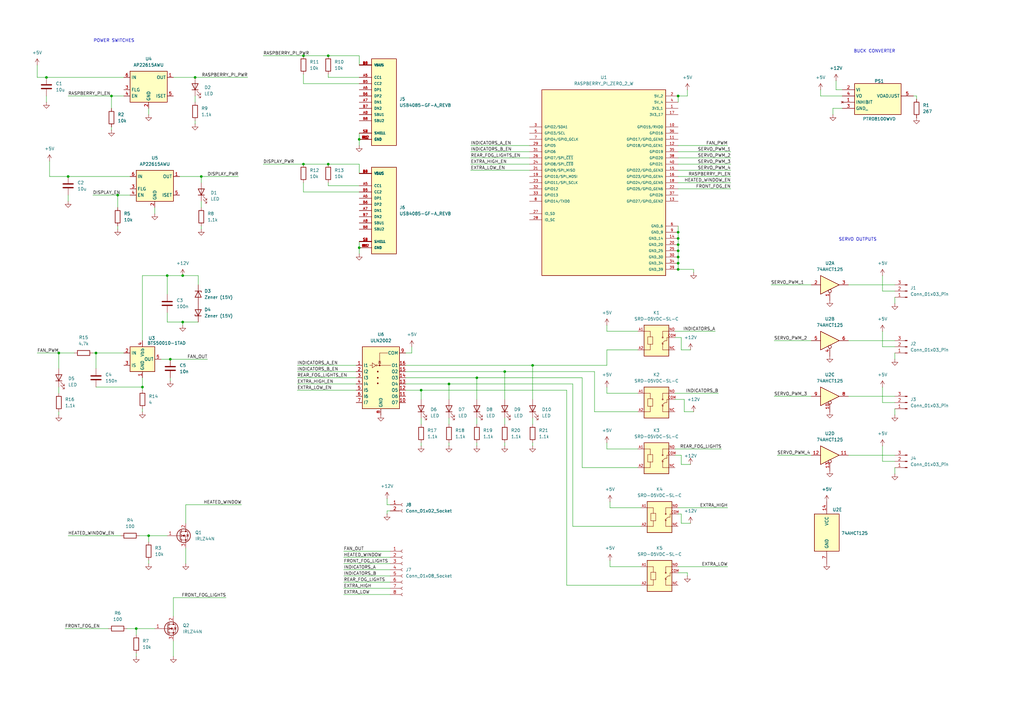
<source format=kicad_sch>
(kicad_sch (version 20250114) (generator "eeschema") (generator_version "9.0")
  (paper "A3")
  (text "BUCK CONVERTER" (at 358.648 21.082 0) (effects (font (size 1.27 1.27))))
  (text "SERVO OUTPUTS" (at 351.79 98.298 0) (effects (font (size 1.27 1.27))))
  (text "POWER SWITCHES" (at 46.736 16.764 0) (effects (font (size 1.27 1.27))))
  (junction (at 24.13 144.78))
  (junction (at 278.13 100.33))
  (junction (at 147.32 57.15))
  (junction (at 134.62 67.31))
  (junction (at 218.44 149.86))
  (junction (at 278.13 110.49))
  (junction (at 278.13 95.25))
  (junction (at 55.88 257.81))
  (junction (at 39.37 144.78))
  (junction (at 82.55 72.39))
  (junction (at 48.26 80.01))
  (junction (at 134.62 22.86))
  (junction (at 147.32 101.6))
  (junction (at 124.46 67.31))
  (junction (at 278.13 107.95))
  (junction (at 27.94 72.39))
  (junction (at 124.46 22.86))
  (junction (at 195.58 154.94))
  (junction (at 74.93 113.03))
  (junction (at 278.13 102.87))
  (junction (at 68.58 113.03))
  (junction (at 60.96 219.71))
  (junction (at 207.01 152.4))
  (junction (at 19.05 31.75))
  (junction (at 278.13 105.41))
  (junction (at 58.42 158.75))
  (junction (at 184.15 157.48))
  (junction (at 278.13 39.37))
  (junction (at 172.72 160.02))
  (junction (at 278.13 97.79))
  (junction (at 45.72 39.37))
  (junction (at 80.01 31.75))
  (junction (at 74.93 132.08))
  (junction (at 69.85 147.32))
  (wire (pts (xy 248.92 143.51) (xy 248.92 149.86)))
  (wire (pts (xy 140.97 228.6) (xy 160.02 228.6)))
  (wire (pts (xy 279.4 143.51) (xy 283.21 143.51)))
  (wire (pts (xy 92.71 245.11) (xy 71.12 245.11)))
  (wire (pts (xy 345.44 44.45) (xy 341.63 44.45)))
  (wire (pts (xy 218.44 182.88) (xy 218.44 181.61)))
  (wire (pts (xy 278.13 232.41) (xy 298.45 232.41)))
  (wire (pts (xy 76.2 231.14) (xy 76.2 224.79)))
  (wire (pts (xy 76.2 207.01) (xy 76.2 214.63)))
  (wire (pts (xy 284.48 111.76) (xy 284.48 110.49)))
  (wire (pts (xy 45.72 39.37) (xy 50.8 39.37)))
  (wire (pts (xy 341.63 44.45) (xy 341.63 46.99)))
  (wire (pts (xy 68.58 128.27) (xy 68.58 132.08)))
  (wire (pts (xy 20.32 66.04) (xy 20.32 72.39)))
  (wire (pts (xy 278.13 62.23) (xy 299.72 62.23)))
  (wire (pts (xy 361.95 158.75) (xy 361.95 165.1)))
  (wire (pts (xy 218.44 171.45) (xy 218.44 173.99)))
  (wire (pts (xy 147.32 31.75) (xy 134.62 31.75)))
  (wire (pts (xy 124.46 78.74) (xy 147.32 78.74)))
  (wire (pts (xy 234.95 215.9) (xy 262.89 215.9)))
  (wire (pts (xy 367.03 170.18) (xy 367.03 167.64)))
  (wire (pts (xy 140.97 243.84) (xy 160.02 243.84)))
  (wire (pts (xy 234.95 157.48) (xy 234.95 215.9)))
  (wire (pts (xy 66.04 147.32) (xy 69.85 147.32)))
  (wire (pts (xy 58.42 113.03) (xy 68.58 113.03)))
  (wire (pts (xy 147.32 76.2) (xy 134.62 76.2)))
  (wire (pts (xy 48.26 85.09) (xy 48.26 80.01)))
  (wire (pts (xy 238.76 191.77) (xy 238.76 154.94)))
  (wire (pts (xy 278.13 69.85) (xy 299.72 69.85)))
  (wire (pts (xy 250.19 232.41) (xy 262.89 232.41)))
  (wire (pts (xy 218.44 149.86) (xy 248.92 149.86)))
  (wire (pts (xy 99.06 207.01) (xy 76.2 207.01)))
  (wire (pts (xy 317.5 139.7) (xy 332.74 139.7)))
  (wire (pts (xy 279.4 190.5) (xy 279.4 186.69)))
  (wire (pts (xy 168.91 144.78) (xy 168.91 142.24)))
  (wire (pts (xy 68.58 132.08) (xy 74.93 132.08)))
  (wire (pts (xy 347.98 139.7) (xy 367.03 139.7)))
  (wire (pts (xy 278.13 110.49) (xy 284.48 110.49)))
  (wire (pts (xy 24.13 144.78) (xy 30.48 144.78)))
  (wire (pts (xy 124.46 22.86) (xy 134.62 22.86)))
  (wire (pts (xy 58.42 139.7) (xy 58.42 113.03)))
  (wire (pts (xy 361.95 142.24) (xy 367.03 142.24)))
  (wire (pts (xy 278.13 59.69) (xy 298.45 59.69)))
  (wire (pts (xy 58.42 158.75) (xy 58.42 160.02)))
  (wire (pts (xy 45.72 44.45) (xy 45.72 39.37)))
  (wire (pts (xy 278.13 100.33) (xy 278.13 102.87)))
  (wire (pts (xy 58.42 158.75) (xy 58.42 154.94)))
  (wire (pts (xy 80.01 39.37) (xy 80.01 41.91)))
  (wire (pts (xy 232.41 240.03) (xy 232.41 160.02)))
  (wire (pts (xy 60.96 219.71) (xy 68.58 219.71)))
  (wire (pts (xy 207.01 171.45) (xy 207.01 173.99)))
  (wire (pts (xy 140.97 231.14) (xy 160.02 231.14)))
  (wire (pts (xy 124.46 34.29) (xy 147.32 34.29)))
  (wire (pts (xy 71.12 31.75) (xy 80.01 31.75)))
  (wire (pts (xy 193.04 62.23) (xy 217.17 62.23)))
  (wire (pts (xy 166.37 152.4) (xy 207.01 152.4)))
  (wire (pts (xy 279.4 138.43) (xy 276.86 138.43)))
  (wire (pts (xy 121.92 149.86) (xy 146.05 149.86)))
  (wire (pts (xy 80.01 31.75) (xy 101.6 31.75)))
  (wire (pts (xy 172.72 160.02) (xy 232.41 160.02)))
  (wire (pts (xy 184.15 157.48) (xy 234.95 157.48)))
  (wire (pts (xy 55.88 269.24) (xy 55.88 267.97)))
  (wire (pts (xy 19.05 31.75) (xy 50.8 31.75)))
  (wire (pts (xy 69.85 156.21) (xy 69.85 154.94)))
  (wire (pts (xy 342.9 33.02) (xy 342.9 36.83)))
  (wire (pts (xy 124.46 74.93) (xy 124.46 78.74)))
  (wire (pts (xy 172.72 171.45) (xy 172.72 173.99)))
  (wire (pts (xy 39.37 151.13) (xy 39.37 144.78)))
  (wire (pts (xy 342.9 36.83) (xy 345.44 36.83)))
  (wire (pts (xy 60.96 46.99) (xy 60.96 44.45)))
  (wire (pts (xy 195.58 154.94) (xy 238.76 154.94)))
  (wire (pts (xy 172.72 182.88) (xy 172.72 181.61)))
  (wire (pts (xy 38.1 80.01) (xy 48.26 80.01)))
  (wire (pts (xy 147.32 67.31) (xy 134.62 67.31)))
  (wire (pts (xy 207.01 152.4) (xy 243.84 152.4)))
  (wire (pts (xy 147.32 54.61) (xy 147.32 57.15)))
  (wire (pts (xy 166.37 154.94) (xy 195.58 154.94)))
  (wire (pts (xy 347.98 116.84) (xy 367.03 116.84)))
  (wire (pts (xy 81.28 113.03) (xy 81.28 116.84)))
  (wire (pts (xy 140.97 233.68) (xy 160.02 233.68)))
  (wire (pts (xy 48.26 92.71) (xy 48.26 93.98)))
  (wire (pts (xy 15.24 144.78) (xy 24.13 144.78)))
  (wire (pts (xy 367.03 124.46) (xy 367.03 121.92)))
  (wire (pts (xy 280.67 163.83) (xy 276.86 163.83)))
  (wire (pts (xy 195.58 182.88) (xy 195.58 181.61)))
  (wire (pts (xy 281.94 236.22) (xy 281.94 234.95)))
  (wire (pts (xy 243.84 168.91) (xy 243.84 152.4)))
  (wire (pts (xy 63.5 87.63) (xy 63.5 85.09)))
  (wire (pts (xy 276.86 184.15) (xy 295.91 184.15)))
  (wire (pts (xy 124.46 30.48) (xy 124.46 34.29)))
  (wire (pts (xy 184.15 182.88) (xy 184.15 181.61)))
  (wire (pts (xy 147.32 71.12) (xy 147.32 67.31)))
  (wire (pts (xy 278.13 64.77) (xy 299.72 64.77)))
  (wire (pts (xy 158.75 204.47) (xy 158.75 207.01)))
  (wire (pts (xy 232.41 240.03) (xy 262.89 240.03)))
  (wire (pts (xy 45.72 52.07) (xy 45.72 53.34)))
  (wire (pts (xy 279.4 214.63) (xy 279.4 210.82)))
  (wire (pts (xy 280.67 168.91) (xy 284.48 168.91)))
  (wire (pts (xy 60.96 222.25) (xy 60.96 219.71)))
  (wire (pts (xy 24.13 158.75) (xy 24.13 161.29)))
  (wire (pts (xy 166.37 149.86) (xy 218.44 149.86)))
  (wire (pts (xy 39.37 158.75) (xy 58.42 158.75)))
  (wire (pts (xy 121.92 157.48) (xy 146.05 157.48)))
  (wire (pts (xy 318.77 186.69) (xy 332.74 186.69)))
  (wire (pts (xy 361.95 182.88) (xy 361.95 189.23)))
  (wire (pts (xy 48.26 80.01) (xy 53.34 80.01)))
  (wire (pts (xy 278.13 208.28) (xy 298.45 208.28)))
  (wire (pts (xy 195.58 154.94) (xy 195.58 163.83)))
  (wire (pts (xy 347.98 162.56) (xy 367.03 162.56)))
  (wire (pts (xy 55.88 257.81) (xy 63.5 257.81)))
  (wire (pts (xy 27.94 72.39) (xy 53.34 72.39)))
  (wire (pts (xy 250.19 205.74) (xy 250.19 208.28)))
  (wire (pts (xy 58.42 168.91) (xy 58.42 167.64)))
  (wire (pts (xy 158.75 210.82) (xy 158.75 209.55)))
  (wire (pts (xy 68.58 120.65) (xy 68.58 113.03)))
  (wire (pts (xy 172.72 160.02) (xy 172.72 163.83)))
  (wire (pts (xy 279.4 186.69) (xy 276.86 186.69)))
  (wire (pts (xy 276.86 135.89) (xy 293.37 135.89)))
  (wire (pts (xy 74.93 113.03) (xy 81.28 113.03)))
  (wire (pts (xy 243.84 168.91) (xy 261.62 168.91)))
  (wire (pts (xy 147.32 104.14) (xy 147.32 101.6)))
  (wire (pts (xy 317.5 162.56) (xy 332.74 162.56)))
  (wire (pts (xy 147.32 99.06) (xy 147.32 101.6)))
  (wire (pts (xy 52.07 257.81) (xy 55.88 257.81)))
  (wire (pts (xy 281.94 234.95) (xy 278.13 234.95)))
  (wire (pts (xy 248.92 143.51) (xy 261.62 143.51)))
  (wire (pts (xy 361.95 113.03) (xy 361.95 119.38)))
  (wire (pts (xy 147.32 22.86) (xy 134.62 22.86)))
  (wire (pts (xy 140.97 236.22) (xy 160.02 236.22)))
  (wire (pts (xy 82.55 82.55) (xy 82.55 85.09)))
  (wire (pts (xy 279.4 143.51) (xy 279.4 138.43)))
  (wire (pts (xy 361.95 189.23) (xy 367.03 189.23)))
  (wire (pts (xy 107.95 67.31) (xy 124.46 67.31)))
  (wire (pts (xy 361.95 165.1) (xy 367.03 165.1)))
  (wire (pts (xy 278.13 97.79) (xy 278.13 100.33)))
  (wire (pts (xy 107.95 22.86) (xy 124.46 22.86)))
  (wire (pts (xy 193.04 64.77) (xy 217.17 64.77)))
  (wire (pts (xy 57.15 219.71) (xy 60.96 219.71)))
  (wire (pts (xy 147.32 59.69) (xy 147.32 57.15)))
  (wire (pts (xy 71.12 245.11) (xy 71.12 252.73)))
  (wire (pts (xy 69.85 147.32) (xy 85.09 147.32)))
  (wire (pts (xy 166.37 144.78) (xy 168.91 144.78)))
  (wire (pts (xy 248.92 135.89) (xy 261.62 135.89)))
  (wire (pts (xy 367.03 147.32) (xy 367.03 144.78)))
  (wire (pts (xy 27.94 219.71) (xy 49.53 219.71)))
  (wire (pts (xy 281.94 39.37) (xy 278.13 39.37)))
  (wire (pts (xy 121.92 152.4) (xy 146.05 152.4)))
  (wire (pts (xy 24.13 151.13) (xy 24.13 144.78)))
  (wire (pts (xy 147.32 26.67) (xy 147.32 22.86)))
  (wire (pts (xy 24.13 170.18) (xy 24.13 168.91)))
  (wire (pts (xy 278.13 72.39) (xy 299.72 72.39)))
  (wire (pts (xy 55.88 260.35) (xy 55.88 257.81)))
  (wire (pts (xy 121.92 160.02) (xy 146.05 160.02)))
  (wire (pts (xy 207.01 152.4) (xy 207.01 163.83)))
  (wire (pts (xy 248.92 133.35) (xy 248.92 135.89)))
  (wire (pts (xy 134.62 31.75) (xy 134.62 30.48)))
  (wire (pts (xy 39.37 144.78) (xy 50.8 144.78)))
  (wire (pts (xy 248.92 161.29) (xy 261.62 161.29)))
  (wire (pts (xy 74.93 132.08) (xy 74.93 133.35)))
  (wire (pts (xy 278.13 77.47) (xy 299.72 77.47)))
  (wire (pts (xy 184.15 157.48) (xy 184.15 163.83)))
  (wire (pts (xy 345.44 39.37) (xy 336.55 39.37)))
  (wire (pts (xy 278.13 95.25) (xy 278.13 97.79)))
  (wire (pts (xy 73.66 72.39) (xy 82.55 72.39)))
  (wire (pts (xy 68.58 113.03) (xy 74.93 113.03)))
  (wire (pts (xy 27.94 80.01) (xy 27.94 82.55)))
  (wire (pts (xy 347.98 186.69) (xy 367.03 186.69)))
  (wire (pts (xy 80.01 50.8) (xy 80.01 49.53)))
  (wire (pts (xy 15.24 26.67) (xy 15.24 31.75)))
  (wire (pts (xy 140.97 241.3) (xy 160.02 241.3)))
  (wire (pts (xy 184.15 171.45) (xy 184.15 173.99)))
  (wire (pts (xy 278.13 67.31) (xy 299.72 67.31)))
  (wire (pts (xy 121.92 154.94) (xy 146.05 154.94)))
  (wire (pts (xy 248.92 184.15) (xy 261.62 184.15)))
  (wire (pts (xy 71.12 269.24) (xy 71.12 262.89)))
  (wire (pts (xy 276.86 161.29) (xy 294.64 161.29)))
  (wire (pts (xy 19.05 39.37) (xy 19.05 41.91)))
  (wire (pts (xy 193.04 69.85) (xy 217.17 69.85)))
  (wire (pts (xy 250.19 229.87) (xy 250.19 232.41)))
  (wire (pts (xy 279.4 210.82) (xy 278.13 210.82)))
  (wire (pts (xy 82.55 74.93) (xy 82.55 72.39)))
  (wire (pts (xy 158.75 209.55) (xy 160.02 209.55)))
  (wire (pts (xy 361.95 135.89) (xy 361.95 142.24)))
  (wire (pts (xy 279.4 190.5) (xy 283.21 190.5)))
  (wire (pts (xy 158.75 207.01) (xy 160.02 207.01)))
  (wire (pts (xy 82.55 93.98) (xy 82.55 92.71)))
  (wire (pts (xy 316.23 116.84) (xy 332.74 116.84)))
  (wire (pts (xy 248.92 181.61) (xy 248.92 184.15)))
  (wire (pts (xy 124.46 67.31) (xy 134.62 67.31)))
  (wire (pts (xy 336.55 39.37) (xy 336.55 36.83)))
  (wire (pts (xy 238.76 191.77) (xy 261.62 191.77)))
  (wire (pts (xy 20.32 72.39) (xy 27.94 72.39)))
  (wire (pts (xy 140.97 226.06) (xy 160.02 226.06)))
  (wire (pts (xy 278.13 92.71) (xy 278.13 95.25)))
  (wire (pts (xy 278.13 39.37) (xy 278.13 41.91)))
  (wire (pts (xy 38.1 144.78) (xy 39.37 144.78)))
  (wire (pts (xy 140.97 238.76) (xy 160.02 238.76)))
  (wire (pts (xy 74.93 132.08) (xy 81.28 132.08)))
  (wire (pts (xy 361.95 119.38) (xy 367.03 119.38)))
  (wire (pts (xy 193.04 59.69) (xy 217.17 59.69)))
  (wire (pts (xy 278.13 107.95) (xy 278.13 110.49)))
  (wire (pts (xy 166.37 160.02) (xy 172.72 160.02)))
  (wire (pts (xy 134.62 76.2) (xy 134.62 74.93)))
  (wire (pts (xy 166.37 157.48) (xy 184.15 157.48)))
  (wire (pts (xy 280.67 168.91) (xy 280.67 163.83)))
  (wire (pts (xy 278.13 74.93) (xy 299.72 74.93)))
  (wire (pts (xy 60.96 231.14) (xy 60.96 229.87)))
  (wire (pts (xy 26.67 257.81) (xy 44.45 257.81)))
  (wire (pts (xy 278.13 105.41) (xy 278.13 107.95)))
  (wire (pts (xy 278.13 102.87) (xy 278.13 105.41)))
  (wire (pts (xy 248.92 158.75) (xy 248.92 161.29)))
  (wire (pts (xy 375.92 40.64) (xy 375.92 39.37)))
  (wire (pts (xy 250.19 208.28) (xy 262.89 208.28)))
  (wire (pts (xy 82.55 72.39) (xy 97.79 72.39)))
  (wire (pts (xy 218.44 149.86) (xy 218.44 163.83)))
  (wire (pts (xy 27.94 39.37) (xy 45.72 39.37)))
  (wire (pts (xy 374.65 39.37) (xy 375.92 39.37)))
  (wire (pts (xy 367.03 194.31) (xy 367.03 191.77)))
  (wire (pts (xy 279.4 214.63) (xy 283.21 214.63)))
  (wire (pts (xy 193.04 67.31) (xy 217.17 67.31)))
  (wire (pts (xy 195.58 171.45) (xy 195.58 173.99)))
  (wire (pts (xy 15.24 31.75) (xy 19.05 31.75)))
  (wire (pts (xy 281.94 36.83) (xy 281.94 39.37)))
  (wire (pts (xy 207.01 182.88) (xy 207.01 181.61)))
  (label "REAR_FOG_LIGHTS" (at 295.91 184.15 180))
  (label "INDICATORS_B" (at 294.64 161.29 180))
  (label "EXTRA_HIGH" (at 298.45 208.28 180))
  (label "RASPBERRY_PI_EN" (at 299.72 72.39 180))
  (label "SERVO_PWM_3" (at 299.72 67.31 180))
  (label "HEATED_WINDOW_EN" (at 299.72 74.93 180))
  (label "REAR_FOG_LIGHTS_EN" (at 193.04 64.77 0))
  (label "EXTRA_LOW_EN" (at 121.92 160.02 0))
  (label "HEATED_WINDOW" (at 99.06 207.01 180))
  (label "HEATED_WINDOW_EN" (at 27.94 219.71 0))
  (label "SERVO_PWM_1" (at 299.72 62.23 180))
  (label "RASPBERRY_PI_PWR" (at 101.6 31.75 180))
  (label "SERVO_PWM_4" (at 318.77 186.69 0))
  (label "EXTRA_HIGH_EN" (at 193.04 67.31 0))
  (label "FAN_OUT" (at 85.09 147.32 180))
  (label "SERVO_PWM_2" (at 317.5 139.7 0))
  (label "SERVO_PWM_2" (at 299.72 64.77 180))
  (label "INDICATORS_B_EN" (at 193.04 62.23 0))
  (label "FRONT_FOG_EN" (at 26.67 257.81 0))
  (label "DISPLAY_EN" (at 38.1 80.01 0))
  (label "REAR_FOG_LIGHTS_EN" (at 121.92 154.94 0))
  (label "FRONT_FOG_EN" (at 299.72 77.47 180))
  (label "EXTRA_HIGH" (at 140.97 241.3 0))
  (label "INDICATORS_B" (at 140.97 236.22 0))
  (label "EXTRA_LOW" (at 298.45 232.41 180))
  (label "INDICATORS_A" (at 140.97 233.68 0))
  (label "RASPBERRY_PI_PWR" (at 107.95 22.86 0))
  (label "EXTRA_LOW" (at 140.97 243.84 0))
  (label "FRONT_FOG_LIGHTS" (at 140.97 231.14 0))
  (label "INDICATORS_B_EN" (at 121.92 152.4 0))
  (label "SERVO_PWM_4" (at 299.72 69.85 180))
  (label "INDICATORS_A_EN" (at 193.04 59.69 0))
  (label "DISPLAY_PWR" (at 107.95 67.31 0))
  (label "REAR_FOG_LIGHTS" (at 140.97 238.76 0))
  (label "EXTRA_HIGH_EN" (at 121.92 157.48 0))
  (label "SERVO_PWM_1" (at 316.23 116.84 0))
  (label "FAN_PWM" (at 298.45 59.69 180))
  (label "FAN_PWM" (at 15.24 144.78 0))
  (label "SERVO_PWM_3" (at 317.5 162.56 0))
  (label "INDICATORS_A_EN" (at 121.92 149.86 0))
  (label "RASPBERRY_PI_EN" (at 27.94 39.37 0))
  (label "EXTRA_LOW_EN" (at 193.04 69.85 0))
  (label "DISPLAY_PWR" (at 97.79 72.39 180))
  (label "HEATED_WINDOW" (at 140.97 228.6 0))
  (label "INDICATORS_A" (at 293.37 135.89 180))
  (label "FAN_OUT" (at 140.97 226.06 0))
  (label "FRONT_FOG_LIGHTS" (at 92.71 245.11 180))
  (symbol (lib_id "power:GND") (at 45.72 53.34 0) (unit 1)
    (property "Reference" "#PWR021" (effects (hide yes)))
    (property "Value" "GND" (effects (hide yes)))
    (property "Description" "Power symbol creates a global label with name \"GND\" , ground" (effects (hide yes)))
  )
  (symbol (lib_id "Device:R") (at 45.72 48.26 0) (unit 1)
    (property "Reference" "R2" (at 48.26 46.9899 0) (effects (justify left)))
    (property "Value" "10k" (at 48.26 49.5299 0) (effects (justify left)))
    (property "Footprint" "Resistor_SMD:R_0805_2012Metric_Pad1.20x1.40mm_HandSolder" (effects (hide yes)))
    (property "Description" "Resistor" (effects (hide yes)))
  )
  (symbol (lib_id "power:GND") (at 156.21 170.18 0) (unit 1)
    (property "Reference" "#PWR046" (effects (hide yes)))
    (property "Value" "GND" (effects (hide yes)))
    (property "Description" "Power symbol creates a global label with name \"GND\" , ground" (effects (hide yes)))
  )
  (symbol (lib_id "power:+12V") (at 284.48 168.91 0) (unit 1)
    (property "Reference" "#PWR043" (effects (hide yes)))
    (property "Value" "+12V" (at 284.48 163.83 0))
    (property "Description" "Power symbol creates a global label with name \"+12V\"" (effects (hide yes)))
  )
  (symbol (lib_id "Device:R") (at 80.01 45.72 0) (unit 1)
    (property "Reference" "R9" (at 82.55 44.4499 0) (effects (justify left)))
    (property "Value" "1.1k" (at 82.55 46.9899 0) (effects (justify left)))
    (property "Footprint" "Resistor_SMD:R_0805_2012Metric_Pad1.20x1.40mm_HandSolder" (effects (hide yes)))
    (property "Description" "Resistor" (effects (hide yes)))
  )
  (symbol (lib_id "Device:LED") (at 172.72 167.64 90) (unit 1)
    (property "Reference" "D6" (at 176.53 167.9574 90) (effects (justify right)))
    (property "Value" "LED" (at 176.53 170.4974 90) (effects (justify right)))
    (property "Footprint" "LED_SMD:LED_0805_2012Metric_Pad1.15x1.40mm_HandSolder" (effects (hide yes)))
    (property "Description" "Light emitting diode" (effects (hide yes)))
    (property "Sim.Pins" "1=K 2=A" (effects (hide yes)))
  )
  (symbol (lib_id "power:+5V") (at 281.94 36.83 0) (unit 1)
    (property "Reference" "#PWR06" (effects (hide yes)))
    (property "Value" "+5V" (at 281.94 31.75 0))
    (property "Description" "Power symbol creates a global label with name \"+5V\"" (effects (hide yes)))
  )
  (symbol (lib_id "Device:R") (at 195.58 177.8 0) (unit 1)
    (property "Reference" "R19" (at 198.12 176.5299 0) (effects (justify left)))
    (property "Value" "1.1k" (at 198.12 179.0699 0) (effects (justify left)))
    (property "Footprint" "Resistor_SMD:R_0805_2012Metric_Pad1.20x1.40mm_HandSolder" (effects (hide yes)))
    (property "Description" "Resistor" (effects (hide yes)))
  )
  (symbol (lib_id "RASPBERRY_PI_ZERO_2_W:RASPBERRY_PI_ZERO_2_W") (at 247.65 74.93 0) (unit 1)
    (property "Reference" "U1" (at 247.65 31.75 0))
    (property "Value" "RASPBERRY_PI_ZERO_2_W" (at 247.65 34.29 0))
    (property "Footprint" "footprints:MODULE_RASPBERRY_PI_ZERO_2_W" (effects (hide yes)))
    (property "MF" "Raspberry Pi" (effects (hide yes)))
    (property "Description_1" "At the heart of Raspberry Pi Zero 2 W is RP3A0, a custom-built system-in-package designed by Raspberry Pi in the UK." (effects (hide yes)))
    (property "Package" "None" (effects (hide yes)))
    (property "Price" "None" (effects (hide yes)))
    (property "Check_prices" "https://www.snapeda.com/parts/RASPBERRY%20PI%20ZERO%202%20W/Raspberry+Pi/view-part/?ref=eda" (effects (hide yes)))
    (property "STANDARD" "Manufacturer Recommendations" (effects (hide yes)))
    (property "PARTREV" "April 2024" (effects (hide yes)))
    (property "SnapEDA_Link" "https://www.snapeda.com/parts/RASPBERRY%20PI%20ZERO%202%20W/Raspberry+Pi/view-part/?ref=snap" (effects (hide yes)))
    (property "MP" "RASPBERRY PI ZERO 2 W" (effects (hide yes)))
    (property "Availability" "In Stock" (effects (hide yes)))
    (property "MANUFACTURER" "Raspberry Pi" (effects (hide yes)))
  )
  (symbol (lib_id "Transistor_FET:IRLZ44N") (at 68.58 257.81 0) (unit 1)
    (property "Reference" "Q2" (at 74.93 256.5399 0) (effects (justify left)))
    (property "Value" "IRLZ44N" (at 74.93 259.0799 0) (effects (justify left)))
    (property "Footprint" "Package_TO_SOT_THT:TO-220-3_Vertical" (effects (hide yes)))
    (property "Datasheet" "http://www.irf.com/product-info/datasheets/data/irlz44n.pdf" (effects (hide yes)))
    (property "Description" "47A Id, 55V Vds, 22mOhm Rds Single N-Channel HEXFET Power MOSFET, TO-220AB" (effects (hide yes)))
  )
  (symbol (lib_id "power:GND") (at 195.58 182.88 0) (unit 1)
    (property "Reference" "#PWR054" (effects (hide yes)))
    (property "Value" "GND" (effects (hide yes)))
    (property "Description" "Power symbol creates a global label with name \"GND\" , ground" (effects (hide yes)))
  )
  (symbol (lib_id "power:GND") (at 74.93 133.35 0) (unit 1)
    (property "Reference" "#PWR037" (effects (hide yes)))
    (property "Value" "GND" (effects (hide yes)))
    (property "Description" "Power symbol creates a global label with name \"GND\" , ground" (effects (hide yes)))
  )
  (symbol (lib_id "Device:LED") (at 218.44 167.64 90) (unit 1)
    (property "Reference" "D10" (at 222.25 167.9574 90) (effects (justify right)))
    (property "Value" "LED" (at 222.25 170.4974 90) (effects (justify right)))
    (property "Footprint" "LED_SMD:LED_0805_2012Metric_Pad1.15x1.40mm_HandSolder" (effects (hide yes)))
    (property "Description" "Light emitting diode" (effects (hide yes)))
    (property "Sim.Pins" "1=K 2=A" (effects (hide yes)))
  )
  (symbol (lib_id "power:GND") (at 281.94 236.22 0) (unit 1)
    (property "Reference" "#PWR050" (effects (hide yes)))
    (property "Value" "GND" (effects (hide yes)))
    (property "Description" "Power symbol creates a global label with name \"GND\" , ground" (effects (hide yes)))
  )
  (symbol (lib_id "power:GND") (at 184.15 182.88 0) (unit 1)
    (property "Reference" "#PWR053" (effects (hide yes)))
    (property "Value" "GND" (effects (hide yes)))
    (property "Description" "Power symbol creates a global label with name \"GND\" , ground" (effects (hide yes)))
  )
  (symbol (lib_id "power:+5V") (at 250.19 229.87 0) (unit 1)
    (property "Reference" "#PWR049" (effects (hide yes)))
    (property "Value" "+5V" (at 250.19 224.79 0))
    (property "Description" "Power symbol creates a global label with name \"+5V\"" (effects (hide yes)))
  )
  (symbol (lib_id "power:+5V") (at 15.24 26.67 0) (unit 1)
    (property "Reference" "#PWR029" (effects (hide yes)))
    (property "Value" "+5V" (at 15.24 21.59 0))
    (property "Description" "Power symbol creates a global label with name \"+5V\"" (effects (hide yes)))
  )
  (symbol (lib_id "power:GND") (at 158.75 210.82 0) (unit 1)
    (property "Reference" "#PWR059" (effects (hide yes)))
    (property "Value" "GND" (effects (hide yes)))
    (property "Description" "Power symbol creates a global label with name \"GND\" , ground" (effects (hide yes)))
  )
  (symbol (lib_id "Device:R") (at 48.26 257.81 90) (unit 1)
    (property "Reference" "R6" (at 48.26 251.46 90))
    (property "Value" "100" (at 48.26 254 90))
    (property "Footprint" "Resistor_SMD:R_0805_2012Metric_Pad1.20x1.40mm_HandSolder" (effects (hide yes)))
    (property "Description" "Resistor" (effects (hide yes)))
  )
  (symbol (lib_id "power:+12V") (at 283.21 214.63 0) (unit 1)
    (property "Reference" "#PWR048" (effects (hide yes)))
    (property "Value" "+12V" (at 283.21 209.55 0))
    (property "Description" "Power symbol creates a global label with name \"+12V\"" (effects (hide yes)))
  )
  (symbol (lib_id "power:GND") (at 340.36 146.05 0) (unit 1)
    (property "Reference" "#PWR016" (effects (hide yes)))
    (property "Value" "GND" (effects (hide yes)))
    (property "Description" "Power symbol creates a global label with name \"GND\" , ground" (effects (hide yes)))
  )
  (symbol (lib_id "power:GND") (at 367.03 194.31 0) (unit 1)
    (property "Reference" "#PWR015" (effects (hide yes)))
    (property "Value" "GND" (effects (hide yes)))
    (property "Description" "Power symbol creates a global label with name \"GND\" , ground" (effects (hide yes)))
  )
  (symbol (lib_id "power:+12V") (at 283.21 143.51 0) (unit 1)
    (property "Reference" "#PWR041" (effects (hide yes)))
    (property "Value" "+12V" (at 283.21 138.43 0))
    (property "Description" "Power symbol creates a global label with name \"+12V\"" (effects (hide yes)))
  )
  (symbol (lib_id "SRD-05VDC-SL-C:SRD-05VDC-SL-C") (at 270.51 234.95 0) (unit 1)
    (property "Reference" "K5" (at 270.51 224.79 0))
    (property "Value" "SRD-05VDC-SL-C" (at 270.51 227.33 0))
    (property "Footprint" "footprints:RELAY_SRD-05VDC-SL-C" (effects (hide yes)))
    (property "MF" "Songle Relay" (effects (hide yes)))
    (property "Description_1" "5V Trigger Relay Module For Arduino And Raspberry Pi 5V Trigger Relay Module For Arduino And Raspberry Pi" (effects (hide yes)))
    (property "Package" "NON STANDARD-5 Songle Relay" (effects (hide yes)))
    (property "Price" "None" (effects (hide yes)))
    (property "Check_prices" "https://www.snapeda.com/parts/SRD-05VDC-SL-C/Songle+Relay/view-part/?ref=eda" (effects (hide yes)))
    (property "STANDARD" "IPC-7251" (effects (hide yes)))
    (property "SnapEDA_Link" "https://www.snapeda.com/parts/SRD-05VDC-SL-C/Songle+Relay/view-part/?ref=snap" (effects (hide yes)))
    (property "MP" "SRD-05VDC-SL-C" (effects (hide yes)))
    (property "Availability" "In Stock" (effects (hide yes)))
    (property "MANUFACTURER" "SONGLE RELAY" (effects (hide yes)))
  )
  (symbol (lib_id "power:+12V") (at 342.9 33.02 0) (unit 1)
    (property "Reference" "#PWR04" (effects (hide yes)))
    (property "Value" "+12V" (at 342.9 27.94 0))
    (property "Description" "Power symbol creates a global label with name \"+12V\"" (effects (hide yes)))
  )
  (symbol (lib_id "Device:R") (at 60.96 226.06 0) (unit 1)
    (property "Reference" "R3" (at 63.5 224.7899 0) (effects (justify left)))
    (property "Value" "10k" (at 63.5 227.3299 0) (effects (justify left)))
    (property "Footprint" "Resistor_SMD:R_0805_2012Metric_Pad1.20x1.40mm_HandSolder" (effects (hide yes)))
    (property "Description" "Resistor" (effects (hide yes)))
  )
  (symbol (lib_id "power:GND") (at 367.03 124.46 0) (unit 1)
    (property "Reference" "#PWR07" (effects (hide yes)))
    (property "Value" "GND" (effects (hide yes)))
    (property "Description" "Power symbol creates a global label with name \"GND\" , ground" (effects (hide yes)))
  )
  (symbol (lib_id "power:GND") (at 24.13 170.18 0) (unit 1)
    (property "Reference" "#PWR051" (effects (hide yes)))
    (property "Value" "GND" (effects (hide yes)))
    (property "Description" "Power symbol creates a global label with name \"GND\" , ground" (effects (hide yes)))
  )
  (symbol (lib_id "Device:R") (at 207.01 177.8 0) (unit 1)
    (property "Reference" "R20" (at 209.55 176.5299 0) (effects (justify left)))
    (property "Value" "1.1k" (at 209.55 179.0699 0) (effects (justify left)))
    (property "Footprint" "Resistor_SMD:R_0805_2012Metric_Pad1.20x1.40mm_HandSolder" (effects (hide yes)))
    (property "Description" "Resistor" (effects (hide yes)))
  )
  (symbol (lib_id "74xx:74AHCT125") (at 340.36 139.7 0) (unit 2)
    (property "Reference" "U2" (at 340.36 130.81 0))
    (property "Value" "74AHCT125" (at 340.36 133.35 0))
    (property "Footprint" "Package_SO:SOIC-14_3.9x8.7mm_P1.27mm" (effects (hide yes)))
    (property "Datasheet" "https://www.ti.com/lit/ds/symlink/sn74ahct125.pdf" (effects (hide yes)))
    (property "Description" "Quadruple Bus Buffer Gates With 3-State Outputs" (effects (hide yes)))
  )
  (symbol (lib_id "Transistor_Array:ULN2002") (at 156.21 154.94 0) (unit 1)
    (property "Reference" "U6" (at 156.21 137.16 0))
    (property "Value" "ULN2002" (at 156.21 139.7 0))
    (property "Footprint" "Package_SO:SOIC-16_3.9x9.9mm_P1.27mm" (effects (hide yes)))
    (property "Datasheet" "http://www.ti.com/lit/ds/symlink/uln2003a.pdf" (effects (hide yes)))
    (property "Description" "High Voltage, High Current Darlington Transistor Arrays, SOIC16/SOIC16W/DIP16/TSSOP16" (effects (hide yes)))
  )
  (symbol (lib_id "power:GND") (at 147.32 104.14 0) (unit 1)
    (property "Reference" "#PWR034" (effects (hide yes)))
    (property "Value" "GND" (effects (hide yes)))
    (property "Description" "Power symbol creates a global label with name \"GND\" , ground" (effects (hide yes)))
  )
  (symbol (lib_id "Device:LED") (at 184.15 167.64 90) (unit 1)
    (property "Reference" "D7" (at 187.96 167.9574 90) (effects (justify right)))
    (property "Value" "LED" (at 187.96 170.4974 90) (effects (justify right)))
    (property "Footprint" "LED_SMD:LED_0805_2012Metric_Pad1.15x1.40mm_HandSolder" (effects (hide yes)))
    (property "Description" "Light emitting diode" (effects (hide yes)))
    (property "Sim.Pins" "1=K 2=A" (effects (hide yes)))
  )
  (symbol (lib_id "power:+5V") (at 361.95 182.88 0) (unit 1)
    (property "Reference" "#PWR014" (effects (hide yes)))
    (property "Value" "+5V" (at 361.95 177.8 0))
    (property "Description" "Power symbol creates a global label with name \"+5V\"" (effects (hide yes)))
  )
  (symbol (lib_id "power:GND") (at 147.32 59.69 0) (unit 1)
    (property "Reference" "#PWR033" (effects (hide yes)))
    (property "Value" "GND" (effects (hide yes)))
    (property "Description" "Power symbol creates a global label with name \"GND\" , ground" (effects (hide yes)))
  )
  (symbol (lib_id "power:+5V") (at 248.92 181.61 0) (unit 1)
    (property "Reference" "#PWR044" (effects (hide yes)))
    (property "Value" "+5V" (at 248.92 176.53 0))
    (property "Description" "Power symbol creates a global label with name \"+5V\"" (effects (hide yes)))
  )
  (symbol (lib_id "power:GND") (at 367.03 170.18 0) (unit 1)
    (property "Reference" "#PWR013" (effects (hide yes)))
    (property "Value" "GND" (effects (hide yes)))
    (property "Description" "Power symbol creates a global label with name \"GND\" , ground" (effects (hide yes)))
  )
  (symbol (lib_id "SRD-05VDC-SL-C:SRD-05VDC-SL-C") (at 269.24 186.69 0) (unit 1)
    (property "Reference" "K3" (at 269.24 176.53 0))
    (property "Value" "SRD-05VDC-SL-C" (at 269.24 179.07 0))
    (property "Footprint" "footprints:RELAY_SRD-05VDC-SL-C" (effects (hide yes)))
    (property "MF" "Songle Relay" (effects (hide yes)))
    (property "Description_1" "5V Trigger Relay Module For Arduino And Raspberry Pi 5V Trigger Relay Module For Arduino And Raspberry Pi" (effects (hide yes)))
    (property "Package" "NON STANDARD-5 Songle Relay" (effects (hide yes)))
    (property "Price" "None" (effects (hide yes)))
    (property "Check_prices" "https://www.snapeda.com/parts/SRD-05VDC-SL-C/Songle+Relay/view-part/?ref=eda" (effects (hide yes)))
    (property "STANDARD" "IPC-7251" (effects (hide yes)))
    (property "SnapEDA_Link" "https://www.snapeda.com/parts/SRD-05VDC-SL-C/Songle+Relay/view-part/?ref=snap" (effects (hide yes)))
    (property "MP" "SRD-05VDC-SL-C" (effects (hide yes)))
    (property "Availability" "In Stock" (effects (hide yes)))
    (property "MANUFACTURER" "SONGLE RELAY" (effects (hide yes)))
  )
  (symbol (lib_id "Device:R") (at 134.62 71.12 0) (unit 1)
    (property "Reference" "R13" (at 137.16 69.8499 0) (effects (justify left)))
    (property "Value" "10k" (at 137.16 72.3899 0) (effects (justify left)))
    (property "Footprint" "Resistor_SMD:R_0805_2012Metric_Pad1.20x1.40mm_HandSolder" (effects (hide yes)))
    (property "Description" "Resistor" (effects (hide yes)))
  )
  (symbol (lib_id "power:GND") (at 48.26 93.98 0) (unit 1)
    (property "Reference" "#PWR025" (effects (hide yes)))
    (property "Value" "GND" (effects (hide yes)))
    (property "Description" "Power symbol creates a global label with name \"GND\" , ground" (effects (hide yes)))
  )
  (symbol (lib_id "power:GND") (at 80.01 50.8 0) (unit 1)
    (property "Reference" "#PWR032" (effects (hide yes)))
    (property "Value" "GND" (effects (hide yes)))
    (property "Description" "Power symbol creates a global label with name \"GND\" , ground" (effects (hide yes)))
  )
  (symbol (lib_id "power:GND") (at 340.36 193.04 0) (unit 1)
    (property "Reference" "#PWR018" (effects (hide yes)))
    (property "Value" "GND" (effects (hide yes)))
    (property "Description" "Power symbol creates a global label with name \"GND\" , ground" (effects (hide yes)))
  )
  (symbol (lib_id "power:GND") (at 284.48 111.76 0) (unit 1)
    (property "Reference" "#PWR05" (effects (hide yes)))
    (property "Value" "GND" (effects (hide yes)))
    (property "Description" "Power symbol creates a global label with name \"GND\" , ground" (effects (hide yes)))
  )
  (symbol (lib_id "power:GND") (at 55.88 269.24 0) (unit 1)
    (property "Reference" "#PWR027" (effects (hide yes)))
    (property "Value" "GND" (effects (hide yes)))
    (property "Description" "Power symbol creates a global label with name \"GND\" , ground" (effects (hide yes)))
  )
  (symbol (lib_id "power:+5V") (at 361.95 158.75 0) (unit 1)
    (property "Reference" "#PWR012" (effects (hide yes)))
    (property "Value" "+5V" (at 361.95 153.67 0))
    (property "Description" "Power symbol creates a global label with name \"+5V\"" (effects (hide yes)))
  )
  (symbol (lib_id "power:GND") (at 341.63 46.99 0) (unit 1)
    (property "Reference" "#PWR02" (effects (hide yes)))
    (property "Value" "GND" (effects (hide yes)))
    (property "Description" "Power symbol creates a global label with name \"GND\" , ground" (effects (hide yes)))
  )
  (symbol (lib_id "74xx:74AHCT125") (at 340.36 186.69 0) (unit 4)
    (property "Reference" "U2" (at 340.36 177.8 0))
    (property "Value" "74AHCT125" (at 340.36 180.34 0))
    (property "Footprint" "Package_SO:SOIC-14_3.9x8.7mm_P1.27mm" (effects (hide yes)))
    (property "Datasheet" "https://www.ti.com/lit/ds/symlink/sn74ahct125.pdf" (effects (hide yes)))
    (property "Description" "Quadruple Bus Buffer Gates With 3-State Outputs" (effects (hide yes)))
  )
  (symbol (lib_id "USB4085-GF-A_REVB:USB4085-GF-A_REVB") (at 157.48 41.91 0) (unit 1)
    (property "Reference" "J5" (at 163.83 40.6399 0) (effects (justify left)))
    (property "Value" "USB4085-GF-A_REVB" (at 163.83 43.1799 0) (effects (justify left)))
    (property "Footprint" "footprints:GCT_USB4085-GF-A_REVB" (effects (hide yes)))
    (property "MF" "Global Connector Technology" (effects (hide yes)))
    (property "MAXIMUM_PACKAGE_HEIGHT" "3.16mm" (effects (hide yes)))
    (property "Package" "None" (effects (hide yes)))
    (property "Price" "None" (effects (hide yes)))
    (property "Check_prices" "https://www.snapeda.com/parts/USB4085-GF-A/Global+Connector+Technology/view-part/?ref=eda" (effects (hide yes)))
    (property "STANDARD" "Manufacturer Recommendations" (effects (hide yes)))
    (property "PARTREV" "B" (effects (hide yes)))
    (property "SnapEDA_Link" "https://www.snapeda.com/parts/USB4085-GF-A/Global+Connector+Technology/view-part/?ref=snap" (effects (hide yes)))
    (property "MP" "USB4085-GF-A" (effects (hide yes)))
    (property "Description_1" "USB-C (USB TYPE-C) USB 2.0 Receptacle Connector 24 (16+8 Dummy) Position Through Hole, Right Angle, low cost, 3.46mm profile, 16 pin, horizontal, Top mount" (effects (hide yes)))
    (property "MANUFACTURER" "Global Connector Technology" (effects (hide yes)))
    (property "Availability" "In Stock" (effects (hide yes)))
    (property "SNAPEDA_PN" "USB4085-GF-A" (effects (hide yes)))
  )
  (symbol (lib_id "Device:LED") (at 195.58 167.64 90) (unit 1)
    (property "Reference" "D8" (at 199.39 167.9574 90) (effects (justify right)))
    (property "Value" "LED" (at 199.39 170.4974 90) (effects (justify right)))
    (property "Footprint" "LED_SMD:LED_0805_2012Metric_Pad1.15x1.40mm_HandSolder" (effects (hide yes)))
    (property "Description" "Light emitting diode" (effects (hide yes)))
    (property "Sim.Pins" "1=K 2=A" (effects (hide yes)))
  )
  (symbol (lib_id "SRD-05VDC-SL-C:SRD-05VDC-SL-C") (at 270.51 210.82 0) (unit 1)
    (property "Reference" "K4" (at 270.51 200.66 0))
    (property "Value" "SRD-05VDC-SL-C" (at 270.51 203.2 0))
    (property "Footprint" "footprints:RELAY_SRD-05VDC-SL-C" (effects (hide yes)))
    (property "MF" "Songle Relay" (effects (hide yes)))
    (property "Description_1" "5V Trigger Relay Module For Arduino And Raspberry Pi 5V Trigger Relay Module For Arduino And Raspberry Pi" (effects (hide yes)))
    (property "Package" "NON STANDARD-5 Songle Relay" (effects (hide yes)))
    (property "Price" "None" (effects (hide yes)))
    (property "Check_prices" "https://www.snapeda.com/parts/SRD-05VDC-SL-C/Songle+Relay/view-part/?ref=eda" (effects (hide yes)))
    (property "STANDARD" "IPC-7251" (effects (hide yes)))
    (property "SnapEDA_Link" "https://www.snapeda.com/parts/SRD-05VDC-SL-C/Songle+Relay/view-part/?ref=snap" (effects (hide yes)))
    (property "MP" "SRD-05VDC-SL-C" (effects (hide yes)))
    (property "Availability" "In Stock" (effects (hide yes)))
    (property "MANUFACTURER" "SONGLE RELAY" (effects (hide yes)))
  )
  (symbol (lib_id "Connector:Conn_01x03_Pin") (at 372.11 142.24 180) (unit 1)
    (property "Reference" "J2" (at 373.38 140.9699 0) (effects (justify right)))
    (property "Value" "Conn_01x03_Pin" (at 373.38 143.5099 0) (effects (justify right)))
    (property "Footprint" "Connector_PinHeader_2.54mm:PinHeader_1x03_P2.54mm_Vertical" (effects (hide yes)))
    (property "Description" "Generic connector, single row, 01x03, script generated" (effects (hide yes)))
  )
  (symbol (lib_id "power:GND") (at 339.09 231.14 0) (unit 1)
    (property "Reference" "#PWR057" (effects (hide yes)))
    (property "Value" "GND" (effects (hide yes)))
    (property "Description" "Power symbol creates a global label with name \"GND\" , ground" (effects (hide yes)))
  )
  (symbol (lib_id "Device:LED") (at 24.13 154.94 90) (unit 1)
    (property "Reference" "D5" (at 27.94 155.2574 90) (effects (justify right)))
    (property "Value" "LED" (at 27.94 157.7974 90) (effects (justify right)))
    (property "Footprint" "LED_SMD:LED_0805_2012Metric_Pad1.15x1.40mm_HandSolder" (effects (hide yes)))
    (property "Description" "Light emitting diode" (effects (hide yes)))
    (property "Sim.Pins" "1=K 2=A" (effects (hide yes)))
  )
  (symbol (lib_id "power:GND") (at 69.85 156.21 0) (unit 1)
    (property "Reference" "#PWR036" (effects (hide yes)))
    (property "Value" "GND" (effects (hide yes)))
    (property "Description" "Power symbol creates a global label with name \"GND\" , ground" (effects (hide yes)))
  )
  (symbol (lib_id "Device:C") (at 68.58 124.46 0) (unit 1)
    (property "Reference" "C3" (at 72.39 123.1899 0) (effects (justify left)))
    (property "Value" "100n" (at 72.39 125.7299 0) (effects (justify left)))
    (property "Footprint" "Capacitor_SMD:C_0805_2012Metric_Pad1.18x1.45mm_HandSolder" (effects (hide yes)))
    (property "Description" "Unpolarized capacitor" (effects (hide yes)))
  )
  (symbol (lib_id "Device:R") (at 24.13 165.1 0) (unit 1)
    (property "Reference" "R16" (at 26.67 163.8299 0) (effects (justify left)))
    (property "Value" "1.1k" (at 26.67 166.3699 0) (effects (justify left)))
    (property "Footprint" "Resistor_SMD:R_0805_2012Metric_Pad1.20x1.40mm_HandSolder" (effects (hide yes)))
    (property "Description" "Resistor" (effects (hide yes)))
  )
  (symbol (lib_id "Device:R") (at 218.44 177.8 0) (unit 1)
    (property "Reference" "R21" (at 220.98 176.5299 0) (effects (justify left)))
    (property "Value" "1.1k" (at 220.98 179.0699 0) (effects (justify left)))
    (property "Footprint" "Resistor_SMD:R_0805_2012Metric_Pad1.20x1.40mm_HandSolder" (effects (hide yes)))
    (property "Description" "Resistor" (effects (hide yes)))
  )
  (symbol (lib_id "power:+5V") (at 361.95 113.03 0) (unit 1)
    (property "Reference" "#PWR09" (effects (hide yes)))
    (property "Value" "+5V" (at 361.95 107.95 0))
    (property "Description" "Power symbol creates a global label with name \"+5V\"" (effects (hide yes)))
  )
  (symbol (lib_id "Device:R") (at 34.29 144.78 90) (unit 1)
    (property "Reference" "R15" (at 34.29 138.43 90))
    (property "Value" "4.7k" (at 34.29 140.97 90))
    (property "Footprint" "Resistor_SMD:R_0805_2012Metric_Pad1.20x1.40mm_HandSolder" (effects (hide yes)))
    (property "Description" "Resistor" (effects (hide yes)))
  )
  (symbol (lib_id "USB4085-GF-A_REVB:USB4085-GF-A_REVB") (at 157.48 86.36 0) (unit 1)
    (property "Reference" "J6" (at 163.83 85.0899 0) (effects (justify left)))
    (property "Value" "USB4085-GF-A_REVB" (at 163.83 87.6299 0) (effects (justify left)))
    (property "Footprint" "footprints:GCT_USB4085-GF-A_REVB" (effects (hide yes)))
    (property "MF" "Global Connector Technology" (effects (hide yes)))
    (property "MAXIMUM_PACKAGE_HEIGHT" "3.16mm" (effects (hide yes)))
    (property "Package" "None" (effects (hide yes)))
    (property "Price" "None" (effects (hide yes)))
    (property "Check_prices" "https://www.snapeda.com/parts/USB4085-GF-A/Global+Connector+Technology/view-part/?ref=eda" (effects (hide yes)))
    (property "STANDARD" "Manufacturer Recommendations" (effects (hide yes)))
    (property "PARTREV" "B" (effects (hide yes)))
    (property "SnapEDA_Link" "https://www.snapeda.com/parts/USB4085-GF-A/Global+Connector+Technology/view-part/?ref=snap" (effects (hide yes)))
    (property "MP" "USB4085-GF-A" (effects (hide yes)))
    (property "Description_1" "USB-C (USB TYPE-C) USB 2.0 Receptacle Connector 24 (16+8 Dummy) Position Through Hole, Right Angle, low cost, 3.46mm profile, 16 pin, horizontal, Top mount" (effects (hide yes)))
    (property "MANUFACTURER" "Global Connector Technology" (effects (hide yes)))
    (property "Availability" "In Stock" (effects (hide yes)))
    (property "SNAPEDA_PN" "USB4085-GF-A" (effects (hide yes)))
  )
  (symbol (lib_id "power:+5V") (at 168.91 142.24 0) (unit 1)
    (property "Reference" "#PWR039" (effects (hide yes)))
    (property "Value" "+5V" (at 168.91 137.16 0))
    (property "Description" "Power symbol creates a global label with name \"+5V\"" (effects (hide yes)))
  )
  (symbol (lib_id "power:GND") (at 60.96 231.14 0) (unit 1)
    (property "Reference" "#PWR019" (effects (hide yes)))
    (property "Value" "GND" (effects (hide yes)))
    (property "Description" "Power symbol creates a global label with name \"GND\" , ground" (effects (hide yes)))
  )
  (symbol (lib_id "power:GND") (at 375.92 48.26 0) (unit 1)
    (property "Reference" "#PWR01" (effects (hide yes)))
    (property "Value" "GND" (effects (hide yes)))
    (property "Description" "Power symbol creates a global label with name \"GND\" , ground" (effects (hide yes)))
  )
  (symbol (lib_id "Connector:Conn_01x03_Pin") (at 372.11 119.38 180) (unit 1)
    (property "Reference" "J1" (at 373.38 118.1099 0) (effects (justify right)))
    (property "Value" "Conn_01x03_Pin" (at 373.38 120.6499 0) (effects (justify right)))
    (property "Footprint" "Connector_PinHeader_2.54mm:PinHeader_1x03_P2.54mm_Vertical" (effects (hide yes)))
    (property "Description" "Generic connector, single row, 01x03, script generated" (effects (hide yes)))
  )
  (symbol (lib_id "power:+5V") (at 20.32 66.04 0) (unit 1)
    (property "Reference" "#PWR030" (effects (hide yes)))
    (property "Value" "+5V" (at 20.32 60.96 0))
    (property "Description" "Power symbol creates a global label with name \"+5V\"" (effects (hide yes)))
  )
  (symbol (lib_id "power:GND") (at 172.72 182.88 0) (unit 1)
    (property "Reference" "#PWR052" (effects (hide yes)))
    (property "Value" "GND" (effects (hide yes)))
    (property "Description" "Power symbol creates a global label with name \"GND\" , ground" (effects (hide yes)))
  )
  (symbol (lib_id "power:GND") (at 19.05 41.91 0) (unit 1)
    (property "Reference" "#PWR022" (effects (hide yes)))
    (property "Value" "GND" (effects (hide yes)))
    (property "Description" "Power symbol creates a global label with name \"GND\" , ground" (effects (hide yes)))
  )
  (symbol (lib_id "power:+5V") (at 248.92 133.35 0) (unit 1)
    (property "Reference" "#PWR040" (effects (hide yes)))
    (property "Value" "+5V" (at 248.92 128.27 0))
    (property "Description" "Power symbol creates a global label with name \"+5V\"" (effects (hide yes)))
  )
  (symbol (lib_id "Regulator_Linear:AP22615AWU") (at 60.96 34.29 0) (unit 1)
    (property "Reference" "U4" (at 60.96 24.13 0))
    (property "Value" "AP22615AWU" (at 60.96 26.67 0))
    (property "Footprint" "Package_TO_SOT_SMD:SOT-23-6" (effects (hide yes)))
    (property "Datasheet" "https://www.diodes.com/datasheet/download/AP22815_615.pdf" (effects (hide yes)))
    (property "Description" "Current limited power switch, single channel, 3.0V to 5.5V, 3A, SOT-23-6" (effects (hide yes)))
  )
  (symbol (lib_id "Device:R") (at 48.26 88.9 0) (unit 1)
    (property "Reference" "R5" (at 50.8 87.6299 0) (effects (justify left)))
    (property "Value" "10k" (at 50.8 90.1699 0) (effects (justify left)))
    (property "Footprint" "Resistor_SMD:R_0805_2012Metric_Pad1.20x1.40mm_HandSolder" (effects (hide yes)))
    (property "Description" "Resistor" (effects (hide yes)))
  )
  (symbol (lib_id "SRD-05VDC-SL-C:SRD-05VDC-SL-C") (at 269.24 138.43 0) (unit 1)
    (property "Reference" "K1" (at 269.24 128.27 0))
    (property "Value" "SRD-05VDC-SL-C" (at 269.24 130.81 0))
    (property "Footprint" "footprints:RELAY_SRD-05VDC-SL-C" (effects (hide yes)))
    (property "MF" "Songle Relay" (effects (hide yes)))
    (property "Description_1" "5V Trigger Relay Module For Arduino And Raspberry Pi 5V Trigger Relay Module For Arduino And Raspberry Pi" (effects (hide yes)))
    (property "Package" "NON STANDARD-5 Songle Relay" (effects (hide yes)))
    (property "Price" "None" (effects (hide yes)))
    (property "Check_prices" "https://www.snapeda.com/parts/SRD-05VDC-SL-C/Songle+Relay/view-part/?ref=eda" (effects (hide yes)))
    (property "STANDARD" "IPC-7251" (effects (hide yes)))
    (property "SnapEDA_Link" "https://www.snapeda.com/parts/SRD-05VDC-SL-C/Songle+Relay/view-part/?ref=snap" (effects (hide yes)))
    (property "MP" "SRD-05VDC-SL-C" (effects (hide yes)))
    (property "Availability" "In Stock" (effects (hide yes)))
    (property "MANUFACTURER" "SONGLE RELAY" (effects (hide yes)))
  )
  (symbol (lib_id "power:+12V") (at 74.93 113.03 0) (unit 1)
    (property "Reference" "#PWR038" (effects (hide yes)))
    (property "Value" "+12V" (at 74.93 107.95 0))
    (property "Description" "Power symbol creates a global label with name \"+12V\"" (effects (hide yes)))
  )
  (symbol (lib_id "Connector:Conn_01x02_Socket") (at 165.1 207.01 0) (unit 1)
    (property "Reference" "J8" (at 166.37 207.0099 0) (effects (justify left)))
    (property "Value" "Conn_01x02_Socket" (at 166.37 209.5499 0) (effects (justify left)))
    (property "Footprint" "Connector_AMASS:AMASS_XT60PW-M_1x02_P7.20mm_Horizontal" (effects (hide yes)))
    (property "Description" "Generic connector, single row, 01x02, script generated" (effects (hide yes)))
  )
  (symbol (lib_id "power:+5V") (at 250.19 205.74 0) (unit 1)
    (property "Reference" "#PWR047" (effects (hide yes)))
    (property "Value" "+5V" (at 250.19 200.66 0))
    (property "Description" "Power symbol creates a global label with name \"+5V\"" (effects (hide yes)))
  )
  (symbol (lib_id "Power_Management:BTS50010-1TAD") (at 58.42 147.32 0) (unit 1)
    (property "Reference" "U3" (at 62.23 138.684 0))
    (property "Value" "BTS50010-1TAD" (at 68.326 140.716 0))
    (property "Footprint" "Package_TO_SOT_SMD:TO-263-7_TabPin4" (effects (hide yes)))
    (property "Datasheet" "https://www.infineon.com/dgdl/Infineon-BTS50010-1TAD-DS-v01_00-EN.pdf?fileId=5546d462576f34750157c38810ca55cd" (effects (hide yes)))
    (property "Description" "Smart High-Side Power Switch, PROFET, Single, 1mOhm, 40A, 18V, TO-263-7" (effects (hide yes)))
  )
  (symbol (lib_id "power:GND") (at 340.36 168.91 0) (unit 1)
    (property "Reference" "#PWR017" (effects (hide yes)))
    (property "Value" "GND" (effects (hide yes)))
    (property "Description" "Power symbol creates a global label with name \"GND\" , ground" (effects (hide yes)))
  )
  (symbol (lib_id "power:GND") (at 82.55 93.98 0) (unit 1)
    (property "Reference" "#PWR031" (effects (hide yes)))
    (property "Value" "GND" (effects (hide yes)))
    (property "Description" "Power symbol creates a global label with name \"GND\" , ground" (effects (hide yes)))
  )
  (symbol (lib_id "Device:C") (at 27.94 76.2 0) (unit 1)
    (property "Reference" "C2" (at 31.75 74.9299 0) (effects (justify left)))
    (property "Value" "10u" (at 31.75 77.4699 0) (effects (justify left)))
    (property "Footprint" "Capacitor_SMD:C_0805_2012Metric_Pad1.18x1.45mm_HandSolder" (effects (hide yes)))
    (property "Description" "Unpolarized capacitor" (effects (hide yes)))
  )
  (symbol (lib_id "power:GND") (at 367.03 147.32 0) (unit 1)
    (property "Reference" "#PWR011" (effects (hide yes)))
    (property "Value" "GND" (effects (hide yes)))
    (property "Description" "Power symbol creates a global label with name \"GND\" , ground" (effects (hide yes)))
  )
  (symbol (lib_id "Device:R") (at 53.34 219.71 90) (unit 1)
    (property "Reference" "R4" (at 53.34 213.36 90))
    (property "Value" "100" (at 53.34 215.9 90))
    (property "Footprint" "Resistor_SMD:R_0805_2012Metric_Pad1.20x1.40mm_HandSolder" (effects (hide yes)))
    (property "Description" "Resistor" (effects (hide yes)))
  )
  (symbol (lib_id "Connector:Conn_01x03_Pin") (at 372.11 165.1 180) (unit 1)
    (property "Reference" "J3" (at 373.38 163.8299 0) (effects (justify right)))
    (property "Value" "Conn_01x03_Pin" (at 373.38 166.3699 0) (effects (justify right)))
    (property "Footprint" "Connector_PinHeader_2.54mm:PinHeader_1x03_P2.54mm_Vertical" (effects (hide yes)))
    (property "Description" "Generic connector, single row, 01x03, script generated" (effects (hide yes)))
  )
  (symbol (lib_id "power:GND") (at 71.12 269.24 0) (unit 1)
    (property "Reference" "#PWR028" (effects (hide yes)))
    (property "Value" "GND" (effects (hide yes)))
    (property "Description" "Power symbol creates a global label with name \"GND\" , ground" (effects (hide yes)))
  )
  (symbol (lib_id "Device:R") (at 55.88 264.16 0) (unit 1)
    (property "Reference" "R7" (at 58.42 262.8899 0) (effects (justify left)))
    (property "Value" "10k" (at 58.42 265.4299 0) (effects (justify left)))
    (property "Footprint" "Resistor_SMD:R_0805_2012Metric_Pad1.20x1.40mm_HandSolder" (effects (hide yes)))
    (property "Description" "Resistor" (effects (hide yes)))
  )
  (symbol (lib_id "Device:D_Zener") (at 81.28 120.65 270) (unit 1)
    (property "Reference" "D3" (at 83.82 119.3799 90) (effects (justify left)))
    (property "Value" "Zener (15V)" (at 83.82 121.9199 90) (effects (justify left)))
    (property "Footprint" "Package_TO_SOT_SMD:SOT-23" (effects (hide yes)))
    (property "Description" "Zener diode" (effects (hide yes)))
  )
  (symbol (lib_id "power:GND") (at 60.96 46.99 0) (unit 1)
    (property "Reference" "#PWR023" (effects (hide yes)))
    (property "Value" "GND" (effects (hide yes)))
    (property "Description" "Power symbol creates a global label with name \"GND\" , ground" (effects (hide yes)))
  )
  (symbol (lib_id "power:GND") (at 63.5 87.63 0) (unit 1)
    (property "Reference" "#PWR026" (effects (hide yes)))
    (property "Value" "GND" (effects (hide yes)))
    (property "Description" "Power symbol creates a global label with name \"GND\" , ground" (effects (hide yes)))
  )
  (symbol (lib_id "Device:LED") (at 207.01 167.64 90) (unit 1)
    (property "Reference" "D9" (at 210.82 167.9574 90) (effects (justify right)))
    (property "Value" "LED" (at 210.82 170.4974 90) (effects (justify right)))
    (property "Footprint" "LED_SMD:LED_0805_2012Metric_Pad1.15x1.40mm_HandSolder" (effects (hide yes)))
    (property "Description" "Light emitting diode" (effects (hide yes)))
    (property "Sim.Pins" "1=K 2=A" (effects (hide yes)))
  )
  (symbol (lib_id "Regulator_Linear:AP22615AWU") (at 63.5 74.93 0) (unit 1)
    (property "Reference" "U5" (at 63.5 64.77 0))
    (property "Value" "AP22615AWU" (at 63.5 67.31 0))
    (property "Footprint" "Package_TO_SOT_SMD:SOT-23-6" (effects (hide yes)))
    (property "Datasheet" "https://www.diodes.com/datasheet/download/AP22815_615.pdf" (effects (hide yes)))
    (property "Description" "Current limited power switch, single channel, 3.0V to 5.5V, 3A, SOT-23-6" (effects (hide yes)))
  )
  (symbol (lib_id "Device:C") (at 19.05 35.56 0) (unit 1)
    (property "Reference" "C1" (at 22.86 34.2899 0) (effects (justify left)))
    (property "Value" "10u" (at 22.86 36.8299 0) (effects (justify left)))
    (property "Footprint" "Capacitor_SMD:C_0805_2012Metric_Pad1.18x1.45mm_HandSolder" (effects (hide yes)))
    (property "Description" "Unpolarized capacitor" (effects (hide yes)))
  )
  (symbol (lib_id "Device:R") (at 82.55 88.9 0) (unit 1)
    (property "Reference" "R8" (at 85.09 87.6299 0) (effects (justify left)))
    (property "Value" "1.1k" (at 85.09 90.1699 0) (effects (justify left)))
    (property "Footprint" "Resistor_SMD:R_0805_2012Metric_Pad1.20x1.40mm_HandSolder" (effects (hide yes)))
    (property "Description" "Resistor" (effects (hide yes)))
  )
  (symbol (lib_id "Device:R") (at 184.15 177.8 0) (unit 1)
    (property "Reference" "R18" (at 186.69 176.5299 0) (effects (justify left)))
    (property "Value" "1.1k" (at 186.69 179.0699 0) (effects (justify left)))
    (property "Footprint" "Resistor_SMD:R_0805_2012Metric_Pad1.20x1.40mm_HandSolder" (effects (hide yes)))
    (property "Description" "Resistor" (effects (hide yes)))
  )
  (symbol (lib_id "Device:C") (at 39.37 154.94 0) (unit 1)
    (property "Reference" "C4" (at 43.18 153.6699 0) (effects (justify left)))
    (property "Value" "150n" (at 43.18 156.2099 0) (effects (justify left)))
    (property "Footprint" "Capacitor_SMD:C_0805_2012Metric_Pad1.18x1.45mm_HandSolder" (effects (hide yes)))
    (property "Description" "Unpolarized capacitor" (effects (hide yes)))
  )
  (symbol (lib_id "Device:R") (at 375.92 44.45 0) (unit 1)
    (property "Reference" "R1" (at 378.46 43.1799 0) (effects (justify left)))
    (property "Value" "267" (at 378.46 45.7199 0) (effects (justify left)))
    (property "Footprint" "Resistor_SMD:R_0805_2012Metric_Pad1.20x1.40mm_HandSolder" (effects (hide yes)))
    (property "Description" "Resistor" (effects (hide yes)))
  )
  (symbol (lib_id "power:GND") (at 340.36 123.19 0) (unit 1)
    (property "Reference" "#PWR08" (effects (hide yes)))
    (property "Value" "GND" (effects (hide yes)))
    (property "Description" "Power symbol creates a global label with name \"GND\" , ground" (effects (hide yes)))
  )
  (symbol (lib_id "PTR08100WVD:PTR08100WVD") (at 345.44 36.83 0) (unit 1)
    (property "Reference" "PS1" (at 358.648 33.274 0) (effects (justify left)))
    (property "Value" "PTR08100WVD" (at 353.822 48.768 0) (effects (justify left)))
    (property "Footprint" "footprints:PTR08100WVD" (effects (hide yes)))
    (property "Datasheet" "http://www.ti.com/lit/gpn/ptr08100w" (effects (hide yes)))
    (property "Description" "10-A, 4.5V-14V Input, Non-Isolated, Wide Output, Adjustable Power Module" (effects (hide yes)))
    (property "Height" "16.51" (effects (hide yes)))
    (property "Mouser Part Number" "595-PTR08100WVD" (effects (hide yes)))
    (property "Mouser Price/Stock" "https://www.mouser.com/Search/Refine.aspx?Keyword=595-PTR08100WVD" (effects (hide yes)))
    (property "Manufacturer_Name" "Texas Instruments" (effects (hide yes)))
    (property "Manufacturer_Part_Number" "PTR08100WVD" (effects (hide yes)))
  )
  (symbol (lib_id "Device:R") (at 58.42 163.83 0) (unit 1)
    (property "Reference" "R14" (at 60.96 162.5599 0) (effects (justify left)))
    (property "Value" "4" (at 60.96 165.0999 0) (effects (justify left)))
    (property "Footprint" "Resistor_SMD:R_0805_2012Metric_Pad1.20x1.40mm_HandSolder" (effects (hide yes)))
    (property "Description" "Resistor" (effects (hide yes)))
  )
  (symbol (lib_id "Device:R") (at 124.46 26.67 0) (unit 1)
    (property "Reference" "R11" (at 127 25.3999 0) (effects (justify left)))
    (property "Value" "10k" (at 127 27.9399 0) (effects (justify left)))
    (property "Footprint" "Resistor_SMD:R_0805_2012Metric_Pad1.20x1.40mm_HandSolder" (effects (hide yes)))
    (property "Description" "Resistor" (effects (hide yes)))
  )
  (symbol (lib_id "power:GND") (at 218.44 182.88 0) (unit 1)
    (property "Reference" "#PWR056" (effects (hide yes)))
    (property "Value" "GND" (effects (hide yes)))
    (property "Description" "Power symbol creates a global label with name \"GND\" , ground" (effects (hide yes)))
  )
  (symbol (lib_id "power:+5V") (at 336.55 36.83 0) (unit 1)
    (property "Reference" "#PWR03" (effects (hide yes)))
    (property "Value" "+5V" (at 336.55 31.75 0))
    (property "Description" "Power symbol creates a global label with name \"+5V\"" (effects (hide yes)))
  )
  (symbol (lib_id "Device:R") (at 172.72 177.8 0) (unit 1)
    (property "Reference" "R17" (at 175.26 176.5299 0) (effects (justify left)))
    (property "Value" "1.1k" (at 175.26 179.0699 0) (effects (justify left)))
    (property "Footprint" "Resistor_SMD:R_0805_2012Metric_Pad1.20x1.40mm_HandSolder" (effects (hide yes)))
    (property "Description" "Resistor" (effects (hide yes)))
  )
  (symbol (lib_id "Device:R") (at 134.62 26.67 0) (unit 1)
    (property "Reference" "R10" (at 137.16 25.3999 0) (effects (justify left)))
    (property "Value" "10k" (at 137.16 27.9399 0) (effects (justify left)))
    (property "Footprint" "Resistor_SMD:R_0805_2012Metric_Pad1.20x1.40mm_HandSolder" (effects (hide yes)))
    (property "Description" "Resistor" (effects (hide yes)))
  )
  (symbol (lib_id "power:+5V") (at 339.09 205.74 0) (unit 1)
    (property "Reference" "#PWR058" (effects (hide yes)))
    (property "Value" "+5V" (at 339.09 200.66 0))
    (property "Description" "Power symbol creates a global label with name \"+5V\"" (effects (hide yes)))
  )
  (symbol (lib_id "Device:LED") (at 80.01 35.56 90) (unit 1)
    (property "Reference" "D2" (at 83.82 35.8774 90) (effects (justify right)))
    (property "Value" "LED" (at 83.82 38.4174 90) (effects (justify right)))
    (property "Footprint" "LED_SMD:LED_0805_2012Metric_Pad1.15x1.40mm_HandSolder" (effects (hide yes)))
    (property "Description" "Light emitting diode" (effects (hide yes)))
    (property "Sim.Pins" "1=K 2=A" (effects (hide yes)))
  )
  (symbol (lib_id "74xx:74AHCT125") (at 340.36 116.84 0) (unit 1)
    (property "Reference" "U2" (at 340.36 107.95 0))
    (property "Value" "74AHCT125" (at 340.36 110.49 0))
    (property "Footprint" "Package_SO:SOIC-14_3.9x8.7mm_P1.27mm" (effects (hide yes)))
    (property "Datasheet" "https://www.ti.com/lit/ds/symlink/sn74ahct125.pdf" (effects (hide yes)))
    (property "Description" "Quadruple Bus Buffer Gates With 3-State Outputs" (effects (hide yes)))
  )
  (symbol (lib_id "Device:R") (at 124.46 71.12 0) (unit 1)
    (property "Reference" "R12" (at 127 69.8499 0) (effects (justify left)))
    (property "Value" "10k" (at 127 72.3899 0) (effects (justify left)))
    (property "Footprint" "Resistor_SMD:R_0805_2012Metric_Pad1.20x1.40mm_HandSolder" (effects (hide yes)))
    (property "Description" "Resistor" (effects (hide yes)))
  )
  (symbol (lib_id "SRD-05VDC-SL-C:SRD-05VDC-SL-C") (at 269.24 163.83 0) (unit 1)
    (property "Reference" "K2" (at 269.24 153.67 0))
    (property "Value" "SRD-05VDC-SL-C" (at 269.24 156.21 0))
    (property "Footprint" "footprints:RELAY_SRD-05VDC-SL-C" (effects (hide yes)))
    (property "MF" "Songle Relay" (effects (hide yes)))
    (property "Description_1" "5V Trigger Relay Module For Arduino And Raspberry Pi 5V Trigger Relay Module For Arduino And Raspberry Pi" (effects (hide yes)))
    (property "Package" "NON STANDARD-5 Songle Relay" (effects (hide yes)))
    (property "Price" "None" (effects (hide yes)))
    (property "Check_prices" "https://www.snapeda.com/parts/SRD-05VDC-SL-C/Songle+Relay/view-part/?ref=eda" (effects (hide yes)))
    (property "STANDARD" "IPC-7251" (effects (hide yes)))
    (property "SnapEDA_Link" "https://www.snapeda.com/parts/SRD-05VDC-SL-C/Songle+Relay/view-part/?ref=snap" (effects (hide yes)))
    (property "MP" "SRD-05VDC-SL-C" (effects (hide yes)))
    (property "Availability" "In Stock" (effects (hide yes)))
    (property "MANUFACTURER" "SONGLE RELAY" (effects (hide yes)))
  )
  (symbol (lib_id "Connector:Conn_01x08_Socket") (at 165.1 233.68 0) (unit 1)
    (property "Reference" "J7" (at 166.37 233.6799 0) (effects (justify left)))
    (property "Value" "Conn_01x08_Socket" (at 166.37 236.2199 0) (effects (justify left)))
    (property "Footprint" "Connector_Molex:Molex_KK-396_5273-08A_1x08_P3.96mm_Vertical" (effects (hide yes)))
    (property "Description" "Generic connector, single row, 01x08, script generated" (effects (hide yes)))
  )
  (symbol (lib_id "74xx:74AHCT125") (at 340.36 162.56 0) (unit 3)
    (property "Reference" "U2" (at 340.36 153.67 0))
    (property "Value" "74AHCT125" (at 340.36 156.21 0))
    (property "Footprint" "Package_SO:SOIC-14_3.9x8.7mm_P1.27mm" (effects (hide yes)))
    (property "Datasheet" "https://www.ti.com/lit/ds/symlink/sn74ahct125.pdf" (effects (hide yes)))
    (property "Description" "Quadruple Bus Buffer Gates With 3-State Outputs" (effects (hide yes)))
  )
  (symbol (lib_id "power:GND") (at 58.42 168.91 0) (unit 1)
    (property "Reference" "#PWR035" (effects (hide yes)))
    (property "Value" "GND" (effects (hide yes)))
    (property "Description" "Power symbol creates a global label with name \"GND\" , ground" (effects (hide yes)))
  )
  (symbol (lib_id "power:+5V") (at 248.92 158.75 0) (unit 1)
    (property "Reference" "#PWR042" (effects (hide yes)))
    (property "Value" "+5V" (at 248.92 153.67 0))
    (property "Description" "Power symbol creates a global label with name \"+5V\"" (effects (hide yes)))
  )
  (symbol (lib_id "74xx:74AHCT125") (at 339.09 218.44 0) (unit 5)
    (property "Reference" "U2" (at 343.408 209.042 0))
    (property "Value" "74AHCT125" (at 350.52 218.694 0))
    (property "Footprint" "Package_SO:SOIC-14_3.9x8.7mm_P1.27mm" (effects (hide yes)))
    (property "Datasheet" "https://www.ti.com/lit/ds/symlink/sn74ahct125.pdf" (effects (hide yes)))
    (property "Description" "Quadruple Bus Buffer Gates With 3-State Outputs" (effects (hide yes)))
  )
  (symbol (lib_id "power:+5V") (at 361.95 135.89 0) (unit 1)
    (property "Reference" "#PWR010" (effects (hide yes)))
    (property "Value" "+5V" (at 361.95 130.81 0))
    (property "Description" "Power symbol creates a global label with name \"+5V\"" (effects (hide yes)))
  )
  (symbol (lib_id "power:GND") (at 76.2 231.14 0) (unit 1)
    (property "Reference" "#PWR020" (effects (hide yes)))
    (property "Value" "GND" (effects (hide yes)))
    (property "Description" "Power symbol creates a global label with name \"GND\" , ground" (effects (hide yes)))
  )
  (symbol (lib_id "power:GND") (at 27.94 82.55 0) (unit 1)
    (property "Reference" "#PWR024" (effects (hide yes)))
    (property "Value" "GND" (effects (hide yes)))
    (property "Description" "Power symbol creates a global label with name \"GND\" , ground" (effects (hide yes)))
  )
  (symbol (lib_id "Transistor_FET:IRLZ44N") (at 73.66 219.71 0) (unit 1)
    (property "Reference" "Q1" (at 80.01 218.4399 0) (effects (justify left)))
    (property "Value" "IRLZ44N" (at 80.01 220.9799 0) (effects (justify left)))
    (property "Footprint" "Package_TO_SOT_THT:TO-220-3_Vertical" (effects (hide yes)))
    (property "Datasheet" "http://www.irf.com/product-info/datasheets/data/irlz44n.pdf" (effects (hide yes)))
    (property "Description" "47A Id, 55V Vds, 22mOhm Rds Single N-Channel HEXFET Power MOSFET, TO-220AB" (effects (hide yes)))
  )
  (symbol (lib_id "power:+12V") (at 158.75 204.47 0) (unit 1)
    (property "Reference" "#PWR060" (effects (hide yes)))
    (property "Value" "+12V" (at 158.75 199.39 0))
    (property "Description" "Power symbol creates a global label with name \"+12V\"" (effects (hide yes)))
  )
  (symbol (lib_id "Device:D_Zener") (at 81.28 128.27 90) (unit 1)
    (property "Reference" "D4" (at 83.82 126.9999 90) (effects (justify right)))
    (property "Value" "Zener (15V)" (at 83.82 129.5399 90) (effects (justify right)))
    (property "Footprint" "Package_TO_SOT_SMD:SOT-23" (effects (hide yes)))
    (property "Description" "Zener diode" (effects (hide yes)))
  )
  (symbol (lib_id "Connector:Conn_01x03_Pin") (at 372.11 189.23 180) (unit 1)
    (property "Reference" "J4" (at 373.38 187.9599 0) (effects (justify right)))
    (property "Value" "Conn_01x03_Pin" (at 373.38 190.4999 0) (effects (justify right)))
    (property "Footprint" "Connector_PinHeader_2.54mm:PinHeader_1x03_P2.54mm_Vertical" (effects (hide yes)))
    (property "Description" "Generic connector, single row, 01x03, script generated" (effects (hide yes)))
  )
  (symbol (lib_id "power:+12V") (at 283.21 190.5 0) (unit 1)
    (property "Reference" "#PWR045" (effects (hide yes)))
    (property "Value" "+12V" (at 283.21 186.944 0))
    (property "Description" "Power symbol creates a global label with name \"+12V\"" (effects (hide yes)))
  )
  (symbol (lib_id "Device:C") (at 69.85 151.13 0) (unit 1)
    (property "Reference" "C5" (at 73.66 149.8599 0) (effects (justify left)))
    (property "Value" "10n" (at 73.66 152.3999 0) (effects (justify left)))
    (property "Footprint" "Capacitor_SMD:C_0805_2012Metric_Pad1.18x1.45mm_HandSolder" (effects (hide yes)))
    (property "Description" "Unpolarized capacitor" (effects (hide yes)))
  )
  (symbol (lib_id "power:GND") (at 207.01 182.88 0) (unit 1)
    (property "Reference" "#PWR055" (effects (hide yes)))
    (property "Value" "GND" (effects (hide yes)))
    (property "Description" "Power symbol creates a global label with name \"GND\" , ground" (effects (hide yes)))
  )
  (symbol (lib_id "Device:LED") (at 82.55 78.74 90) (unit 1)
    (property "Reference" "D1" (at 86.36 79.0574 90) (effects (justify right)))
    (property "Value" "LED" (at 86.36 81.5974 90) (effects (justify right)))
    (property "Footprint" "LED_SMD:LED_0805_2012Metric_Pad1.15x1.40mm_HandSolder" (effects (hide yes)))
    (property "Description" "Light emitting diode" (effects (hide yes)))
    (property "Sim.Pins" "1=K 2=A" (effects (hide yes)))
  )
)
</source>
